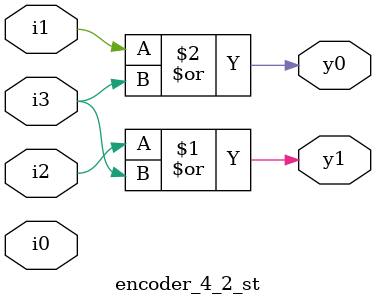
<source format=sv>
module encoder_4_2_st (
    input i0, i1, i2, i3,
    output y1, y0
);    
    or gate1 (y1, i2, i3);
    or gate2 (y0, i1, i3);

endmodule

</source>
